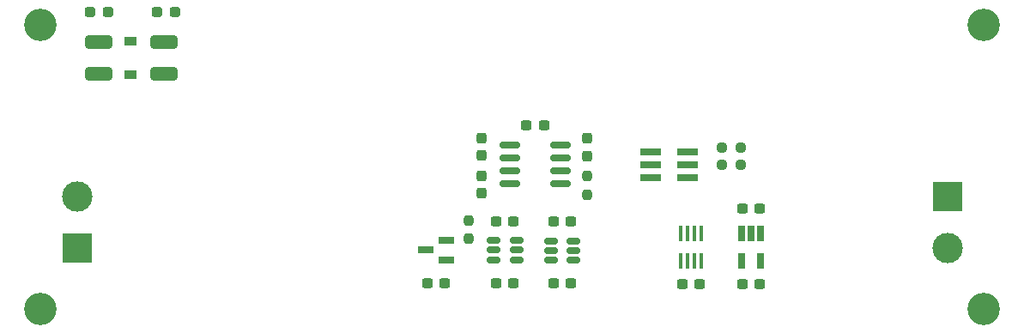
<source format=gts>
G04 #@! TF.GenerationSoftware,KiCad,Pcbnew,(6.0.11)*
G04 #@! TF.CreationDate,2023-03-11T13:58:41+01:00*
G04 #@! TF.ProjectId,HeaterPSU_Digital,48656174-6572-4505-9355-5f4469676974,rev?*
G04 #@! TF.SameCoordinates,Original*
G04 #@! TF.FileFunction,Soldermask,Top*
G04 #@! TF.FilePolarity,Negative*
%FSLAX46Y46*%
G04 Gerber Fmt 4.6, Leading zero omitted, Abs format (unit mm)*
G04 Created by KiCad (PCBNEW (6.0.11)) date 2023-03-11 13:58:41*
%MOMM*%
%LPD*%
G01*
G04 APERTURE LIST*
G04 Aperture macros list*
%AMRoundRect*
0 Rectangle with rounded corners*
0 $1 Rounding radius*
0 $2 $3 $4 $5 $6 $7 $8 $9 X,Y pos of 4 corners*
0 Add a 4 corners polygon primitive as box body*
4,1,4,$2,$3,$4,$5,$6,$7,$8,$9,$2,$3,0*
0 Add four circle primitives for the rounded corners*
1,1,$1+$1,$2,$3*
1,1,$1+$1,$4,$5*
1,1,$1+$1,$6,$7*
1,1,$1+$1,$8,$9*
0 Add four rect primitives between the rounded corners*
20,1,$1+$1,$2,$3,$4,$5,0*
20,1,$1+$1,$4,$5,$6,$7,0*
20,1,$1+$1,$6,$7,$8,$9,0*
20,1,$1+$1,$8,$9,$2,$3,0*%
G04 Aperture macros list end*
%ADD10RoundRect,0.237500X-0.287500X-0.237500X0.287500X-0.237500X0.287500X0.237500X-0.287500X0.237500X0*%
%ADD11RoundRect,0.250000X-1.075000X0.400000X-1.075000X-0.400000X1.075000X-0.400000X1.075000X0.400000X0*%
%ADD12R,0.650000X1.560000*%
%ADD13RoundRect,0.237500X0.300000X0.237500X-0.300000X0.237500X-0.300000X-0.237500X0.300000X-0.237500X0*%
%ADD14RoundRect,0.237500X-0.237500X0.300000X-0.237500X-0.300000X0.237500X-0.300000X0.237500X0.300000X0*%
%ADD15RoundRect,0.237500X-0.300000X-0.237500X0.300000X-0.237500X0.300000X0.237500X-0.300000X0.237500X0*%
%ADD16R,0.400000X1.560000*%
%ADD17RoundRect,0.150000X-0.825000X-0.150000X0.825000X-0.150000X0.825000X0.150000X-0.825000X0.150000X0*%
%ADD18R,1.200000X0.900000*%
%ADD19C,3.200000*%
%ADD20R,2.100000X0.750000*%
%ADD21RoundRect,0.237500X-0.237500X0.250000X-0.237500X-0.250000X0.237500X-0.250000X0.237500X0.250000X0*%
%ADD22RoundRect,0.237500X0.250000X0.237500X-0.250000X0.237500X-0.250000X-0.237500X0.250000X-0.237500X0*%
%ADD23RoundRect,0.250000X1.075000X-0.400000X1.075000X0.400000X-1.075000X0.400000X-1.075000X-0.400000X0*%
%ADD24RoundRect,0.070000X0.650000X0.300000X-0.650000X0.300000X-0.650000X-0.300000X0.650000X-0.300000X0*%
%ADD25RoundRect,0.150000X-0.512500X-0.150000X0.512500X-0.150000X0.512500X0.150000X-0.512500X0.150000X0*%
%ADD26R,3.000000X3.000000*%
%ADD27C,3.000000*%
G04 APERTURE END LIST*
D10*
X70000000Y-47250000D03*
X71750000Y-47250000D03*
D11*
X64250000Y-50200000D03*
X64250000Y-53300000D03*
D12*
X129550000Y-69050000D03*
X128600000Y-69050000D03*
X127650000Y-69050000D03*
X127650000Y-71750000D03*
X129550000Y-71750000D03*
D13*
X129462500Y-66600000D03*
X127737500Y-66600000D03*
X105162500Y-74000000D03*
X103437500Y-74000000D03*
D14*
X102000000Y-63387500D03*
X102000000Y-65112500D03*
D15*
X121787500Y-74100000D03*
X123512500Y-74100000D03*
D14*
X102000000Y-59637500D03*
X102000000Y-61362500D03*
D16*
X121670000Y-71750000D03*
X122320000Y-71750000D03*
X122980000Y-71750000D03*
X123630000Y-71750000D03*
X123630000Y-69050000D03*
X122980000Y-69050000D03*
X122320000Y-69050000D03*
X121670000Y-69050000D03*
D17*
X104805000Y-60375000D03*
X104805000Y-61645000D03*
X104805000Y-62915000D03*
X104805000Y-64185000D03*
X109755000Y-64185000D03*
X109755000Y-62915000D03*
X109755000Y-61645000D03*
X109755000Y-60375000D03*
D18*
X67395000Y-53400000D03*
X67395000Y-50100000D03*
D19*
X151500000Y-48500000D03*
X151500000Y-76500000D03*
D20*
X122300000Y-61030000D03*
X118700000Y-61030000D03*
X122300000Y-62300000D03*
X118700000Y-62300000D03*
X122300000Y-63570000D03*
X118700000Y-63570000D03*
D15*
X106417500Y-58430000D03*
X108142500Y-58430000D03*
D21*
X112400000Y-63387500D03*
X112400000Y-65212500D03*
D13*
X129462500Y-74100000D03*
X127737500Y-74100000D03*
D22*
X127537500Y-60625000D03*
X125712500Y-60625000D03*
D23*
X70625000Y-53300000D03*
X70625000Y-50200000D03*
D24*
X98550000Y-71650000D03*
X98550000Y-69750000D03*
X96450000Y-70700000D03*
D13*
X105162500Y-67850000D03*
X103437500Y-67850000D03*
X110812500Y-74000000D03*
X109087500Y-74000000D03*
D14*
X112400000Y-59687500D03*
X112400000Y-61412500D03*
D10*
X63375000Y-47250000D03*
X65125000Y-47250000D03*
D25*
X108812500Y-69800000D03*
X108812500Y-70750000D03*
X108812500Y-71700000D03*
X111087500Y-71700000D03*
X111087500Y-70750000D03*
X111087500Y-69800000D03*
D21*
X100700000Y-67787500D03*
X100700000Y-69612500D03*
D22*
X127537500Y-62300000D03*
X125712500Y-62300000D03*
D13*
X110812500Y-67850000D03*
X109087500Y-67850000D03*
D15*
X96637500Y-74000000D03*
X98362500Y-74000000D03*
D19*
X58500000Y-76500000D03*
X58500000Y-48500000D03*
D25*
X103162500Y-69750000D03*
X103162500Y-70700000D03*
X103162500Y-71650000D03*
X105437500Y-71650000D03*
X105437500Y-70700000D03*
X105437500Y-69750000D03*
D26*
X148000000Y-65410000D03*
D27*
X148000000Y-70490000D03*
D26*
X62150000Y-70490000D03*
D27*
X62150000Y-65410000D03*
M02*

</source>
